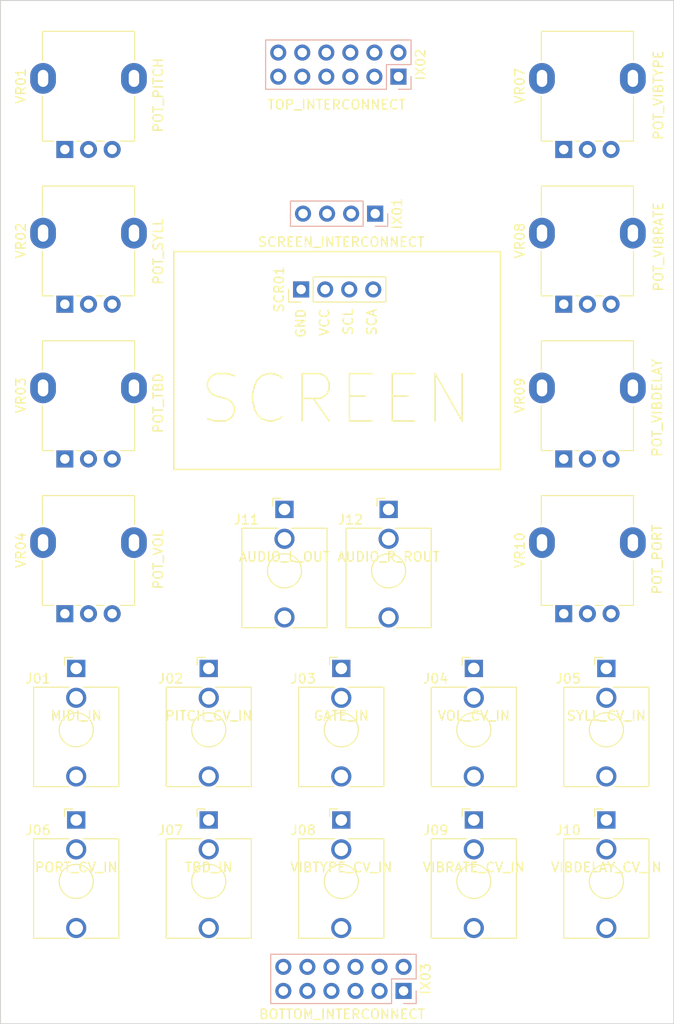
<source format=kicad_pcb>
(kicad_pcb (version 20240108) (generator "pcbnew") (generator_version "8.0")
  (layers (0 "F.Cu" signal) (31 "B.Cu" signal) (34 "B.Paste" user) (35 "F.Paste" user) (36 "B.SilkS" user "B.Silkscreen") (37 "F.SilkS" user "F.Silkscreen") (38 "B.Mask" user) (39 "F.Mask" user) (44 "Edge.Cuts" user))
  (net 0 "")
  (footprint "Connector_Audio:Jack_3.5mm_QingPu_WQP-PJ398SM_Vertical_CircularHoles" (layer "F.Cu") (at 97 110)
    (property "Reference" "J02" (at -4.03 1.08 180) (layer "F.SilkS"))
    (property "Value" "PITCH_CV_IN" (at 0 5 180) (layer "F.SilkS"))
    (fp_line (start -4.5 1.98) (end -4.5 12.48) (stroke (width 0.12)) (layer "F.SilkS"))
    (fp_line (start -1.23 -1.17) (end -1.23 -0.37) (stroke (width 0.12)) (layer "F.SilkS"))
    (fp_line (start -1.23 -1.17) (end -0.37 -1.17) (stroke (width 0.12)) (layer "F.SilkS"))
    (fp_line (start -0.8 12.48) (end -4.5 12.48) (stroke (width 0.12)) (layer "F.SilkS"))
    (fp_line (start -0.72 1.98) (end -4.5 1.98) (stroke (width 0.12)) (layer "F.SilkS"))
    (fp_line (start 4.5 1.98) (end 0.72 1.98) (stroke (width 0.12)) (layer "F.SilkS"))
    (fp_line (start 4.5 1.98) (end 4.5 12.48) (stroke (width 0.12)) (layer "F.SilkS"))
    (fp_line (start 4.5 12.48) (end 0.8 12.48) (stroke (width 0.12)) (layer "F.SilkS"))
    (fp_circle (center 0 6.48) (end 1.8 6.48) (stroke (width 0.12)) (fill none) (layer "F.SilkS"))
    (pad "S" thru_hole rect (at 0 0 180) (size 1.93 1.83) (drill 1.22) (layers "*.Cu" "*.Mask"))
    (pad "T" thru_hole circle (at 0 11.4 180) (size 2.13 2.13) (drill 1.43) (layers "*.Cu" "*.Mask"))
    (pad "TN" thru_hole circle (at 0 3.1 180) (size 2.13 2.13) (drill 1.42) (layers "*.Cu" "*.Mask"))
  )
  (footprint "Connector_Audio:Jack_3.5mm_QingPu_WQP-PJ398SM_Vertical_CircularHoles" (layer "F.Cu") (at 139 126)
    (property "Reference" "J10" (at -4.03 1.08 180) (layer "F.SilkS"))
    (property "Value" "VIBDELAY_CV_IN" (at 0 5 180) (layer "F.SilkS"))
    (fp_line (start -4.5 1.98) (end -4.5 12.48) (stroke (width 0.12)) (layer "F.SilkS"))
    (fp_line (start -1.23 -1.17) (end -1.23 -0.37) (stroke (width 0.12)) (layer "F.SilkS"))
    (fp_line (start -1.23 -1.17) (end -0.37 -1.17) (stroke (width 0.12)) (layer "F.SilkS"))
    (fp_line (start -0.8 12.48) (end -4.5 12.48) (stroke (width 0.12)) (layer "F.SilkS"))
    (fp_line (start -0.72 1.98) (end -4.5 1.98) (stroke (width 0.12)) (layer "F.SilkS"))
    (fp_line (start 4.5 1.98) (end 0.72 1.98) (stroke (width 0.12)) (layer "F.SilkS"))
    (fp_line (start 4.5 1.98) (end 4.5 12.48) (stroke (width 0.12)) (layer "F.SilkS"))
    (fp_line (start 4.5 12.48) (end 0.8 12.48) (stroke (width 0.12)) (layer "F.SilkS"))
    (fp_circle (center 0 6.48) (end 1.8 6.48) (stroke (width 0.12)) (fill none) (layer "F.SilkS"))
    (pad "S" thru_hole rect (at 0 0 180) (size 1.93 1.83) (drill 1.22) (layers "*.Cu" "*.Mask"))
    (pad "T" thru_hole circle (at 0 11.4 180) (size 2.13 2.13) (drill 1.43) (layers "*.Cu" "*.Mask"))
    (pad "TN" thru_hole circle (at 0 3.1 180) (size 2.13 2.13) (drill 1.42) (layers "*.Cu" "*.Mask"))
  )
  (footprint "Connector_Audio:Jack_3.5mm_QingPu_WQP-PJ398SM_Vertical_CircularHoles" (layer "F.Cu") (at 111 110)
    (property "Reference" "J03" (at -4.03 1.08 180) (layer "F.SilkS"))
    (property "Value" "GATE_IN" (at 0 5 180) (layer "F.SilkS"))
    (fp_line (start -4.5 1.98) (end -4.5 12.48) (stroke (width 0.12)) (layer "F.SilkS"))
    (fp_line (start -1.23 -1.17) (end -1.23 -0.37) (stroke (width 0.12)) (layer "F.SilkS"))
    (fp_line (start -1.23 -1.17) (end -0.37 -1.17) (stroke (width 0.12)) (layer "F.SilkS"))
    (fp_line (start -0.8 12.48) (end -4.5 12.48) (stroke (width 0.12)) (layer "F.SilkS"))
    (fp_line (start -0.72 1.98) (end -4.5 1.98) (stroke (width 0.12)) (layer "F.SilkS"))
    (fp_line (start 4.5 1.98) (end 0.72 1.98) (stroke (width 0.12)) (layer "F.SilkS"))
    (fp_line (start 4.5 1.98) (end 4.5 12.48) (stroke (width 0.12)) (layer "F.SilkS"))
    (fp_line (start 4.5 12.48) (end 0.8 12.48) (stroke (width 0.12)) (layer "F.SilkS"))
    (fp_circle (center 0 6.48) (end 1.8 6.48) (stroke (width 0.12)) (fill none) (layer "F.SilkS"))
    (pad "S" thru_hole rect (at 0 0 180) (size 1.93 1.83) (drill 1.22) (layers "*.Cu" "*.Mask"))
    (pad "T" thru_hole circle (at 0 11.4 180) (size 2.13 2.13) (drill 1.43) (layers "*.Cu" "*.Mask"))
    (pad "TN" thru_hole circle (at 0 3.1 180) (size 2.13 2.13) (drill 1.42) (layers "*.Cu" "*.Mask"))
  )
  (footprint "Connector_Audio:Jack_3.5mm_QingPu_WQP-PJ398SM_Vertical_CircularHoles" (layer "F.Cu") (at 125 110)
    (property "Reference" "J04" (at -4.03 1.08 180) (layer "F.SilkS"))
    (property "Value" "VOL_CV_IN" (at 0 5 180) (layer "F.SilkS"))
    (fp_line (start -4.5 1.98) (end -4.5 12.48) (stroke (width 0.12)) (layer "F.SilkS"))
    (fp_line (start -1.23 -1.17) (end -1.23 -0.37) (stroke (width 0.12)) (layer "F.SilkS"))
    (fp_line (start -1.23 -1.17) (end -0.37 -1.17) (stroke (width 0.12)) (layer "F.SilkS"))
    (fp_line (start -0.8 12.48) (end -4.5 12.48) (stroke (width 0.12)) (layer "F.SilkS"))
    (fp_line (start -0.72 1.98) (end -4.5 1.98) (stroke (width 0.12)) (layer "F.SilkS"))
    (fp_line (start 4.5 1.98) (end 0.72 1.98) (stroke (width 0.12)) (layer "F.SilkS"))
    (fp_line (start 4.5 1.98) (end 4.5 12.48) (stroke (width 0.12)) (layer "F.SilkS"))
    (fp_line (start 4.5 12.48) (end 0.8 12.48) (stroke (width 0.12)) (layer "F.SilkS"))
    (fp_circle (center 0 6.48) (end 1.8 6.48) (stroke (width 0.12)) (fill none) (layer "F.SilkS"))
    (pad "S" thru_hole rect (at 0 0 180) (size 1.93 1.83) (drill 1.22) (layers "*.Cu" "*.Mask"))
    (pad "T" thru_hole circle (at 0 11.4 180) (size 2.13 2.13) (drill 1.43) (layers "*.Cu" "*.Mask"))
    (pad "TN" thru_hole circle (at 0 3.1 180) (size 2.13 2.13) (drill 1.42) (layers "*.Cu" "*.Mask"))
  )
  (footprint "Potentiometer_THT:Potentiometer_Alpha_RD901F-40-00D_Single_Vertical" (layer "F.Cu") (at 134.5 104.225 90)
    (property "Reference" "VR10" (at 6.71 -4.64 -90) (layer "F.SilkS"))
    (property "Value" "POT_PORT" (at 5.725 9.86 270) (layer "F.SilkS"))
    (fp_line (start 0.88 -2.38) (end 5.6 -2.38) (stroke (width 0.12)) (layer "F.SilkS"))
    (fp_line (start 9.41 -2.37) (end 12.47 -2.37) (stroke (width 0.12)) (layer "F.SilkS"))
    (fp_line (start 0.88 -1.19) (end 0.88 -2.37) (stroke (width 0.12)) (layer "F.SilkS"))
    (fp_line (start 0.88 1.71) (end 0.88 1.18) (stroke (width 0.12)) (layer "F.SilkS"))
    (fp_line (start 0.88 4.16) (end 0.88 3.33) (stroke (width 0.12)) (layer "F.SilkS"))
    (fp_line (start 12.47 7.37) (end 12.47 -2.37) (stroke (width 0.12)) (layer "F.SilkS"))
    (fp_line (start 9.41 7.37) (end 12.47 7.37) (stroke (width 0.12)) (layer "F.SilkS"))
    (fp_line (start 0.88 7.37) (end 0.88 5.88) (stroke (width 0.12)) (layer "F.SilkS"))
    (fp_line (start 0.88 7.37) (end 5.6 7.37) (stroke (width 0.12)) (layer "F.SilkS"))
    (pad "" thru_hole oval (at 7.5 -2.3 180) (size 2.72 3.24) (drill oval 1.1 1.8) (layers "*.Cu" "*.Mask"))
    (pad "" thru_hole oval (at 7.5 7.3 180) (size 2.72 3.24) (drill oval 1.1 1.8) (layers "*.Cu" "*.Mask"))
    (pad "1" thru_hole rect (at 0 0 180) (size 1.8 1.8) (drill 1) (layers "*.Cu" "*.Mask"))
    (pad "2" thru_hole circle (at 0 2.5 180) (size 1.8 1.8) (drill 1) (layers "*.Cu" "*.Mask"))
    (pad "3" thru_hole circle (at 0 5 180) (size 1.8 1.8) (drill 1) (layers "*.Cu" "*.Mask"))
  )
  (footprint "Connector_Audio:Jack_3.5mm_QingPu_WQP-PJ398SM_Vertical_CircularHoles" (layer "F.Cu") (at 105 93.22)
    (property "Reference" "J11" (at -4.03 1.08 180) (layer "F.SilkS"))
    (property "Value" "AUDIO_L_OUT" (at 0 5 180) (layer "F.SilkS"))
    (fp_line (start -4.5 1.98) (end -4.5 12.48) (stroke (width 0.12)) (layer "F.SilkS"))
    (fp_line (start -1.23 -1.17) (end -1.23 -0.37) (stroke (width 0.12)) (layer "F.SilkS"))
    (fp_line (start -1.23 -1.17) (end -0.37 -1.17) (stroke (width 0.12)) (layer "F.SilkS"))
    (fp_line (start -0.8 12.48) (end -4.5 12.48) (stroke (width 0.12)) (layer "F.SilkS"))
    (fp_line (start -0.72 1.98) (end -4.5 1.98) (stroke (width 0.12)) (layer "F.SilkS"))
    (fp_line (start 4.5 1.98) (end 0.72 1.98) (stroke (width 0.12)) (layer "F.SilkS"))
    (fp_line (start 4.5 1.98) (end 4.5 12.48) (stroke (width 0.12)) (layer "F.SilkS"))
    (fp_line (start 4.5 12.48) (end 0.8 12.48) (stroke (width 0.12)) (layer "F.SilkS"))
    (fp_circle (center 0 6.48) (end 1.8 6.48) (stroke (width 0.12)) (fill none) (layer "F.SilkS"))
    (pad "S" thru_hole rect (at 0 0 180) (size 1.93 1.83) (drill 1.22) (layers "*.Cu" "*.Mask"))
    (pad "T" thru_hole circle (at 0 11.4 180) (size 2.13 2.13) (drill 1.43) (layers "*.Cu" "*.Mask"))
    (pad "TN" thru_hole circle (at 0 3.1 180) (size 2.13 2.13) (drill 1.42) (layers "*.Cu" "*.Mask"))
  )
  (footprint "Connector_Audio:Jack_3.5mm_QingPu_WQP-PJ398SM_Vertical_CircularHoles" (layer "F.Cu") (at 83 110)
    (property "Reference" "J01" (at -4.03 1.08 180) (layer "F.SilkS"))
    (property "Value" "MIDI_IN" (at 0 5 180) (layer "F.SilkS"))
    (fp_line (start -4.5 1.98) (end -4.5 12.48) (stroke (width 0.12)) (layer "F.SilkS"))
    (fp_line (start -1.23 -1.17) (end -1.23 -0.37) (stroke (width 0.12)) (layer "F.SilkS"))
    (fp_line (start -1.23 -1.17) (end -0.37 -1.17) (stroke (width 0.12)) (layer "F.SilkS"))
    (fp_line (start -0.8 12.48) (end -4.5 12.48) (stroke (width 0.12)) (layer "F.SilkS"))
    (fp_line (start -0.72 1.98) (end -4.5 1.98) (stroke (width 0.12)) (layer "F.SilkS"))
    (fp_line (start 4.5 1.98) (end 0.72 1.98) (stroke (width 0.12)) (layer "F.SilkS"))
    (fp_line (start 4.5 1.98) (end 4.5 12.48) (stroke (width 0.12)) (layer "F.SilkS"))
    (fp_line (start 4.5 12.48) (end 0.8 12.48) (stroke (width 0.12)) (layer "F.SilkS"))
    (fp_circle (center 0 6.48) (end 1.8 6.48) (stroke (width 0.12)) (fill none) (layer "F.SilkS"))
    (pad "S" thru_hole rect (at 0 0 180) (size 1.93 1.83) (drill 1.22) (layers "*.Cu" "*.Mask"))
    (pad "T" thru_hole circle (at 0 11.4 180) (size 2.13 2.13) (drill 1.43) (layers "*.Cu" "*.Mask"))
    (pad "TN" thru_hole circle (at 0 3.1 180) (size 2.13 2.13) (drill 1.42) (layers "*.Cu" "*.Mask"))
  )
  (footprint "Connector_Audio:Jack_3.5mm_QingPu_WQP-PJ398SM_Vertical_CircularHoles" (layer "F.Cu") (at 111 126)
    (property "Reference" "J08" (at -4.03 1.08 180) (layer "F.SilkS"))
    (property "Value" "VIBTYPE_CV_IN" (at 0 5 180) (layer "F.SilkS"))
    (fp_line (start -4.5 1.98) (end -4.5 12.48) (stroke (width 0.12)) (layer "F.SilkS"))
    (fp_line (start -1.23 -1.17) (end -1.23 -0.37) (stroke (width 0.12)) (layer "F.SilkS"))
    (fp_line (start -1.23 -1.17) (end -0.37 -1.17) (stroke (width 0.12)) (layer "F.SilkS"))
    (fp_line (start -0.8 12.48) (end -4.5 12.48) (stroke (width 0.12)) (layer "F.SilkS"))
    (fp_line (start -0.72 1.98) (end -4.5 1.98) (stroke (width 0.12)) (layer "F.SilkS"))
    (fp_line (start 4.5 1.98) (end 0.72 1.98) (stroke (width 0.12)) (layer "F.SilkS"))
    (fp_line (start 4.5 1.98) (end 4.5 12.48) (stroke (width 0.12)) (layer "F.SilkS"))
    (fp_line (start 4.5 12.48) (end 0.8 12.48) (stroke (width 0.12)) (layer "F.SilkS"))
    (fp_circle (center 0 6.48) (end 1.8 6.48) (stroke (width 0.12)) (fill none) (layer "F.SilkS"))
    (pad "S" thru_hole rect (at 0 0 180) (size 1.93 1.83) (drill 1.22) (layers "*.Cu" "*.Mask"))
    (pad "T" thru_hole circle (at 0 11.4 180) (size 2.13 2.13) (drill 1.43) (layers "*.Cu" "*.Mask"))
    (pad "TN" thru_hole circle (at 0 3.1 180) (size 2.13 2.13) (drill 1.42) (layers "*.Cu" "*.Mask"))
  )
  (footprint "Potentiometer_THT:Potentiometer_Alpha_RD901F-40-00D_Single_Vertical" (layer "F.Cu") (at 134.5 71.558333 90)
    (property "Reference" "VR08" (at 6.71 -4.64 -90) (layer "F.SilkS"))
    (property "Value" "POT_VIBRATE" (at 6.058333 10 270) (layer "F.SilkS"))
    (fp_line (start 0.88 -2.38) (end 5.6 -2.38) (stroke (width 0.12)) (layer "F.SilkS"))
    (fp_line (start 9.41 -2.37) (end 12.47 -2.37) (stroke (width 0.12)) (layer "F.SilkS"))
    (fp_line (start 0.88 -1.19) (end 0.88 -2.37) (stroke (width 0.12)) (layer "F.SilkS"))
    (fp_line (start 0.88 1.71) (end 0.88 1.18) (stroke (width 0.12)) (layer "F.SilkS"))
    (fp_line (start 0.88 4.16) (end 0.88 3.33) (stroke (width 0.12)) (layer "F.SilkS"))
    (fp_line (start 12.47 7.37) (end 12.47 -2.37) (stroke (width 0.12)) (layer "F.SilkS"))
    (fp_line (start 9.41 7.37) (end 12.47 7.37) (stroke (width 0.12)) (layer "F.SilkS"))
    (fp_line (start 0.88 7.37) (end 0.88 5.88) (stroke (width 0.12)) (layer "F.SilkS"))
    (fp_line (start 0.88 7.37) (end 5.6 7.37) (stroke (width 0.12)) (layer "F.SilkS"))
    (pad "" thru_hole oval (at 7.5 -2.3 180) (size 2.72 3.24) (drill oval 1.1 1.8) (layers "*.Cu" "*.Mask"))
    (pad "" thru_hole oval (at 7.5 7.3 180) (size 2.72 3.24) (drill oval 1.1 1.8) (layers "*.Cu" "*.Mask"))
    (pad "1" thru_hole rect (at 0 0 180) (size 1.8 1.8) (drill 1) (layers "*.Cu" "*.Mask"))
    (pad "2" thru_hole circle (at 0 2.5 180) (size 1.8 1.8) (drill 1) (layers "*.Cu" "*.Mask"))
    (pad "3" thru_hole circle (at 0 5 180) (size 1.8 1.8) (drill 1) (layers "*.Cu" "*.Mask"))
  )
  (footprint "Potentiometer_THT:Potentiometer_Alpha_RD901F-40-00D_Single_Vertical" (layer "F.Cu") (at 81.8 104.225 90)
    (property "Reference" "VR04" (at 6.71 -4.64 -90) (layer "F.SilkS"))
    (property "Value" "POT_VOL" (at 5.725 9.86 270) (layer "F.SilkS"))
    (fp_line (start 0.88 -2.38) (end 5.6 -2.38) (stroke (width 0.12)) (layer "F.SilkS"))
    (fp_line (start 9.41 -2.37) (end 12.47 -2.37) (stroke (width 0.12)) (layer "F.SilkS"))
    (fp_line (start 0.88 -1.19) (end 0.88 -2.37) (stroke (width 0.12)) (layer "F.SilkS"))
    (fp_line (start 0.88 1.71) (end 0.88 1.18) (stroke (width 0.12)) (layer "F.SilkS"))
    (fp_line (start 0.88 4.16) (end 0.88 3.33) (stroke (width 0.12)) (layer "F.SilkS"))
    (fp_line (start 12.47 7.37) (end 12.47 -2.37) (stroke (width 0.12)) (layer "F.SilkS"))
    (fp_line (start 9.41 7.37) (end 12.47 7.37) (stroke (width 0.12)) (layer "F.SilkS"))
    (fp_line (start 0.88 7.37) (end 0.88 5.88) (stroke (width 0.12)) (layer "F.SilkS"))
    (fp_line (start 0.88 7.37) (end 5.6 7.37) (stroke (width 0.12)) (layer "F.SilkS"))
    (pad "" thru_hole oval (at 7.5 -2.3 180) (size 2.72 3.24) (drill oval 1.1 1.8) (layers "*.Cu" "*.Mask"))
    (pad "" thru_hole oval (at 7.5 7.3 180) (size 2.72 3.24) (drill oval 1.1 1.8) (layers "*.Cu" "*.Mask"))
    (pad "1" thru_hole rect (at 0 0 180) (size 1.8 1.8) (drill 1) (layers "*.Cu" "*.Mask"))
    (pad "2" thru_hole circle (at 0 2.5 180) (size 1.8 1.8) (drill 1) (layers "*.Cu" "*.Mask"))
    (pad "3" thru_hole circle (at 0 5 180) (size 1.8 1.8) (drill 1) (layers "*.Cu" "*.Mask"))
  )
  (footprint "Connector_Audio:Jack_3.5mm_QingPu_WQP-PJ398SM_Vertical_CircularHoles" (layer "F.Cu") (at 125 126)
    (property "Reference" "J09" (at -4.03 1.08 180) (layer "F.SilkS"))
    (property "Value" "VIBRATE_CV_IN" (at 0 5 180) (layer "F.SilkS"))
    (fp_line (start -4.5 1.98) (end -4.5 12.48) (stroke (width 0.12)) (layer "F.SilkS"))
    (fp_line (start -1.23 -1.17) (end -1.23 -0.37) (stroke (width 0.12)) (layer "F.SilkS"))
    (fp_line (start -1.23 -1.17) (end -0.37 -1.17) (stroke (width 0.12)) (layer "F.SilkS"))
    (fp_line (start -0.8 12.48) (end -4.5 12.48) (stroke (width 0.12)) (layer "F.SilkS"))
    (fp_line (start -0.72 1.98) (end -4.5 1.98) (stroke (width 0.12)) (layer "F.SilkS"))
    (fp_line (start 4.5 1.98) (end 0.72 1.98) (stroke (width 0.12)) (layer "F.SilkS"))
    (fp_line (start 4.5 1.98) (end 4.5 12.48) (stroke (width 0.12)) (layer "F.SilkS"))
    (fp_line (start 4.5 12.48) (end 0.8 12.48) (stroke (width 0.12)) (layer "F.SilkS"))
    (fp_circle (center 0 6.48) (end 1.8 6.48) (stroke (width 0.12)) (fill none) (layer "F.SilkS"))
    (pad "S" thru_hole rect (at 0 0 180) (size 1.93 1.83) (drill 1.22) (layers "*.Cu" "*.Mask"))
    (pad "T" thru_hole circle (at 0 11.4 180) (size 2.13 2.13) (drill 1.43) (layers "*.Cu" "*.Mask"))
    (pad "TN" thru_hole circle (at 0 3.1 180) (size 2.13 2.13) (drill 1.42) (layers "*.Cu" "*.Mask"))
  )
  (footprint "Potentiometer_THT:Potentiometer_Alpha_RD901F-40-00D_Single_Vertical" (layer "F.Cu") (at 134.5 55.225 90)
    (property "Reference" "VR07" (at 6.71 -4.64 -90) (layer "F.SilkS"))
    (property "Value" "POT_VIBTYPE" (at 5.725 10 270) (layer "F.SilkS"))
    (fp_line (start 0.88 -2.38) (end 5.6 -2.38) (stroke (width 0.12)) (layer "F.SilkS"))
    (fp_line (start 9.41 -2.37) (end 12.47 -2.37) (stroke (width 0.12)) (layer "F.SilkS"))
    (fp_line (start 0.88 -1.19) (end 0.88 -2.37) (stroke (width 0.12)) (layer "F.SilkS"))
    (fp_line (start 0.88 1.71) (end 0.88 1.18) (stroke (width 0.12)) (layer "F.SilkS"))
    (fp_line (start 0.88 4.16) (end 0.88 3.33) (stroke (width 0.12)) (layer "F.SilkS"))
    (fp_line (start 12.47 7.37) (end 12.47 -2.37) (stroke (width 0.12)) (layer "F.SilkS"))
    (fp_line (start 9.41 7.37) (end 12.47 7.37) (stroke (width 0.12)) (layer "F.SilkS"))
    (fp_line (start 0.88 7.37) (end 0.88 5.88) (stroke (width 0.12)) (layer "F.SilkS"))
    (fp_line (start 0.88 7.37) (end 5.6 7.37) (stroke (width 0.12)) (layer "F.SilkS"))
    (pad "" thru_hole oval (at 7.5 -2.3 180) (size 2.72 3.24) (drill oval 1.1 1.8) (layers "*.Cu" "*.Mask"))
    (pad "" thru_hole oval (at 7.5 7.3 180) (size 2.72 3.24) (drill oval 1.1 1.8) (layers "*.Cu" "*.Mask"))
    (pad "1" thru_hole rect (at 0 0 180) (size 1.8 1.8) (drill 1) (layers "*.Cu" "*.Mask"))
    (pad "2" thru_hole circle (at 0 2.5 180) (size 1.8 1.8) (drill 1) (layers "*.Cu" "*.Mask"))
    (pad "3" thru_hole circle (at 0 5 180) (size 1.8 1.8) (drill 1) (layers "*.Cu" "*.Mask"))
  )
  (footprint "Potentiometer_THT:Potentiometer_Alpha_RD901F-40-00D_Single_Vertical" (layer "F.Cu") (at 134.5 87.891666 90)
    (property "Reference" "VR09" (at 6.71 -4.64 -90) (layer "F.SilkS"))
    (property "Value" "POT_VIBDELAY" (at 5.391666 9.86 270) (layer "F.SilkS"))
    (fp_line (start 0.88 -2.38) (end 5.6 -2.38) (stroke (width 0.12)) (layer "F.SilkS"))
    (fp_line (start 9.41 -2.37) (end 12.47 -2.37) (stroke (width 0.12)) (layer "F.SilkS"))
    (fp_line (start 0.88 -1.19) (end 0.88 -2.37) (stroke (width 0.12)) (layer "F.SilkS"))
    (fp_line (start 0.88 1.71) (end 0.88 1.18) (stroke (width 0.12)) (layer "F.SilkS"))
    (fp_line (start 0.88 4.16) (end 0.88 3.33) (stroke (width 0.12)) (layer "F.SilkS"))
    (fp_line (start 12.47 7.37) (end 12.47 -2.37) (stroke (width 0.12)) (layer "F.SilkS"))
    (fp_line (start 9.41 7.37) (end 12.47 7.37) (stroke (width 0.12)) (layer "F.SilkS"))
    (fp_line (start 0.88 7.37) (end 0.88 5.88) (stroke (width 0.12)) (layer "F.SilkS"))
    (fp_line (start 0.88 7.37) (end 5.6 7.37) (stroke (width 0.12)) (layer "F.SilkS"))
    (pad "" thru_hole oval (at 7.5 -2.3 180) (size 2.72 3.24) (drill oval 1.1 1.8) (layers "*.Cu" "*.Mask"))
    (pad "" thru_hole oval (at 7.5 7.3 180) (size 2.72 3.24) (drill oval 1.1 1.8) (layers "*.Cu" "*.Mask"))
    (pad "1" thru_hole rect (at 0 0 180) (size 1.8 1.8) (drill 1) (layers "*.Cu" "*.Mask"))
    (pad "2" thru_hole circle (at 0 2.5 180) (size 1.8 1.8) (drill 1) (layers "*.Cu" "*.Mask"))
    (pad "3" thru_hole circle (at 0 5 180) (size 1.8 1.8) (drill 1) (layers "*.Cu" "*.Mask"))
  )
  (footprint "Potentiometer_THT:Potentiometer_Alpha_RD901F-40-00D_Single_Vertical" (layer "F.Cu") (at 81.8 55.225 90)
    (property "Reference" "VR01" (at 6.71 -4.64 -90) (layer "F.SilkS"))
    (property "Value" "POT_PITCH" (at 5.725 9.86 270) (layer "F.SilkS"))
    (fp_line (start 0.88 -2.38) (end 5.6 -2.38) (stroke (width 0.12)) (layer "F.SilkS"))
    (fp_line (start 9.41 -2.37) (end 12.47 -2.37) (stroke (width 0.12)) (layer "F.SilkS"))
    (fp_line (start 0.88 -1.19) (end 0.88 -2.37) (stroke (width 0.12)) (layer "F.SilkS"))
    (fp_line (start 0.88 1.71) (end 0.88 1.18) (stroke (width 0.12)) (layer "F.SilkS"))
    (fp_line (start 0.88 4.16) (end 0.88 3.33) (stroke (width 0.12)) (layer "F.SilkS"))
    (fp_line (start 12.47 7.37) (end 12.47 -2.37) (stroke (width 0.12)) (layer "F.SilkS"))
    (fp_line (start 9.41 7.37) (end 12.47 7.37) (stroke (width 0.12)) (layer "F.SilkS"))
    (fp_line (start 0.88 7.37) (end 0.88 5.88) (stroke (width 0.12)) (layer "F.SilkS"))
    (fp_line (start 0.88 7.37) (end 5.6 7.37) (stroke (width 0.12)) (layer "F.SilkS"))
    (pad "" thru_hole oval (at 7.5 -2.3 180) (size 2.72 3.24) (drill oval 1.1 1.8) (layers "*.Cu" "*.Mask"))
    (pad "" thru_hole oval (at 7.5 7.3 180) (size 2.72 3.24) (drill oval 1.1 1.8) (layers "*.Cu" "*.Mask"))
    (pad "1" thru_hole rect (at 0 0 180) (size 1.8 1.8) (drill 1) (layers "*.Cu" "*.Mask"))
    (pad "2" thru_hole circle (at 0 2.5 180) (size 1.8 1.8) (drill 1) (layers "*.Cu" "*.Mask"))
    (pad "3" thru_hole circle (at 0 5 180) (size 1.8 1.8) (drill 1) (layers "*.Cu" "*.Mask"))
  )
  (footprint "Potentiometer_THT:Potentiometer_Alpha_RD901F-40-00D_Single_Vertical" (layer "F.Cu") (at 81.8 71.558333 90)
    (property "Reference" "VR02" (at 6.71 -4.64 -90) (layer "F.SilkS"))
    (property "Value" "POT_SYLL" (at 5.558333 9.86 270) (layer "F.SilkS"))
    (fp_line (start 0.88 -2.38) (end 5.6 -2.38) (stroke (width 0.12)) (layer "F.SilkS"))
    (fp_line (start 9.41 -2.37) (end 12.47 -2.37) (stroke (width 0.12)) (layer "F.SilkS"))
    (fp_line (start 0.88 -1.19) (end 0.88 -2.37) (stroke (width 0.12)) (layer "F.SilkS"))
    (fp_line (start 0.88 1.71) (end 0.88 1.18) (stroke (width 0.12)) (layer "F.SilkS"))
    (fp_line (start 0.88 4.16) (end 0.88 3.33) (stroke (width 0.12)) (layer "F.SilkS"))
    (fp_line (start 12.47 7.37) (end 12.47 -2.37) (stroke (width 0.12)) (layer "F.SilkS"))
    (fp_line (start 9.41 7.37) (end 12.47 7.37) (stroke (width 0.12)) (layer "F.SilkS"))
    (fp_line (start 0.88 7.37) (end 0.88 5.88) (stroke (width 0.12)) (layer "F.SilkS"))
    (fp_line (start 0.88 7.37) (end 5.6 7.37) (stroke (width 0.12)) (layer "F.SilkS"))
    (pad "" thru_hole oval (at 7.5 -2.3 180) (size 2.72 3.24) (drill oval 1.1 1.8) (layers "*.Cu" "*.Mask"))
    (pad "" thru_hole oval (at 7.5 7.3 180) (size 2.72 3.24) (drill oval 1.1 1.8) (layers "*.Cu" "*.Mask"))
    (pad "1" thru_hole rect (at 0 0 180) (size 1.8 1.8) (drill 1) (layers "*.Cu" "*.Mask"))
    (pad "2" thru_hole circle (at 0 2.5 180) (size 1.8 1.8) (drill 1) (layers "*.Cu" "*.Mask"))
    (pad "3" thru_hole circle (at 0 5 180) (size 1.8 1.8) (drill 1) (layers "*.Cu" "*.Mask"))
  )
  (footprint "Connector_Audio:Jack_3.5mm_QingPu_WQP-PJ398SM_Vertical_CircularHoles" (layer "F.Cu") (at 139 110)
    (property "Reference" "J05" (at -4.03 1.08 180) (layer "F.SilkS"))
    (property "Value" "SYLL_CV_IN" (at 0 5 180) (layer "F.SilkS"))
    (fp_line (start -4.5 1.98) (end -4.5 12.48) (stroke (width 0.12)) (layer "F.SilkS"))
    (fp_line (start -1.23 -1.17) (end -1.23 -0.37) (stroke (width 0.12)) (layer "F.SilkS"))
    (fp_line (start -1.23 -1.17) (end -0.37 -1.17) (stroke (width 0.12)) (layer "F.SilkS"))
    (fp_line (start -0.8 12.48) (end -4.5 12.48) (stroke (width 0.12)) (layer "F.SilkS"))
    (fp_line (start -0.72 1.98) (end -4.5 1.98) (stroke (width 0.12)) (layer "F.SilkS"))
    (fp_line (start 4.5 1.98) (end 0.72 1.98) (stroke (width 0.12)) (layer "F.SilkS"))
    (fp_line (start 4.5 1.98) (end 4.5 12.48) (stroke (width 0.12)) (layer "F.SilkS"))
    (fp_line (start 4.5 12.48) (end 0.8 12.48) (stroke (width 0.12)) (layer "F.SilkS"))
    (fp_circle (center 0 6.48) (end 1.8 6.48) (stroke (width 0.12)) (fill none) (layer "F.SilkS"))
    (pad "S" thru_hole rect (at 0 0 180) (size 1.93 1.83) (drill 1.22) (layers "*.Cu" "*.Mask"))
    (pad "T" thru_hole circle (at 0 11.4 180) (size 2.13 2.13) (drill 1.43) (layers "*.Cu" "*.Mask"))
    (pad "TN" thru_hole circle (at 0 3.1 180) (size 2.13 2.13) (drill 1.42) (layers "*.Cu" "*.Mask"))
  )
  (footprint "Connector_Audio:Jack_3.5mm_QingPu_WQP-PJ398SM_Vertical_CircularHoles" (layer "F.Cu") (at 83 126)
    (property "Reference" "J06" (at -4.03 1.08 180) (layer "F.SilkS"))
    (property "Value" "PORT_CV_IN" (at 0 5 180) (layer "F.SilkS"))
    (fp_line (start -4.5 1.98) (end -4.5 12.48) (stroke (width 0.12)) (layer "F.SilkS"))
    (fp_line (start -1.23 -1.17) (end -1.23 -0.37) (stroke (width 0.12)) (layer "F.SilkS"))
    (fp_line (start -1.23 -1.17) (end -0.37 -1.17) (stroke (width 0.12)) (layer "F.SilkS"))
    (fp_line (start -0.8 12.48) (end -4.5 12.48) (stroke (width 0.12)) (layer "F.SilkS"))
    (fp_line (start -0.72 1.98) (end -4.5 1.98) (stroke (width 0.12)) (layer "F.SilkS"))
    (fp_line (start 4.5 1.98) (end 0.72 1.98) (stroke (width 0.12)) (layer "F.SilkS"))
    (fp_line (start 4.5 1.98) (end 4.5 12.48) (stroke (width 0.12)) (layer "F.SilkS"))
    (fp_line (start 4.5 12.48) (end 0.8 12.48) (stroke (width 0.12)) (layer "F.SilkS"))
    (fp_circle (center 0 6.48) (end 1.8 6.48) (stroke (width 0.12)) (fill none) (layer "F.SilkS"))
    (pad "S" thru_hole rect (at 0 0 180) (size 1.93 1.83) (drill 1.22) (layers "*.Cu" "*.Mask"))
    (pad "T" thru_hole circle (at 0 11.4 180) (size 2.13 2.13) (drill 1.43) (layers "*.Cu" "*.Mask"))
    (pad "TN" thru_hole circle (at 0 3.1 180) (size 2.13 2.13) (drill 1.42) (layers "*.Cu" "*.Mask"))
  )
  (footprint "Potentiometer_THT:Potentiometer_Alpha_RD901F-40-00D_Single_Vertical" (layer "F.Cu") (at 81.8 87.891666 90)
    (property "Reference" "VR03" (at 6.71 -4.64 -90) (layer "F.SilkS"))
    (property "Value" "POT_TBD" (at 5.891666 9.86 270) (layer "F.SilkS"))
    (fp_line (start 0.88 -2.38) (end 5.6 -2.38) (stroke (width 0.12)) (layer "F.SilkS"))
    (fp_line (start 9.41 -2.37) (end 12.47 -2.37) (stroke (width 0.12)) (layer "F.SilkS"))
    (fp_line (start 0.88 -1.19) (end 0.88 -2.37) (stroke (width 0.12)) (layer "F.SilkS"))
    (fp_line (start 0.88 1.71) (end 0.88 1.18) (stroke (width 0.12)) (layer "F.SilkS"))
    (fp_line (start 0.88 4.16) (end 0.88 3.33) (stroke (width 0.12)) (layer "F.SilkS"))
    (fp_line (start 12.47 7.37) (end 12.47 -2.37) (stroke (width 0.12)) (layer "F.SilkS"))
    (fp_line (start 9.41 7.37) (end 12.47 7.37) (stroke (width 0.12)) (layer "F.SilkS"))
    (fp_line (start 0.88 7.37) (end 0.88 5.88) (stroke (width 0.12)) (layer "F.SilkS"))
    (fp_line (start 0.88 7.37) (end 5.6 7.37) (stroke (width 0.12)) (layer "F.SilkS"))
    (pad "" thru_hole oval (at 7.5 -2.3 180) (size 2.72 3.24) (drill oval 1.1 1.8) (layers "*.Cu" "*.Mask"))
    (pad "" thru_hole oval (at 7.5 7.3 180) (size 2.72 3.24) (drill oval 1.1 1.8) (layers "*.Cu" "*.Mask"))
    (pad "1" thru_hole rect (at 0 0 180) (size 1.8 1.8) (drill 1) (layers "*.Cu" "*.Mask"))
    (pad "2" thru_hole circle (at 0 2.5 180) (size 1.8 1.8) (drill 1) (layers "*.Cu" "*.Mask"))
    (pad "3" thru_hole circle (at 0 5 180) (size 1.8 1.8) (drill 1) (layers "*.Cu" "*.Mask"))
  )
  (footprint "Connector_Audio:Jack_3.5mm_QingPu_WQP-PJ398SM_Vertical_CircularHoles" (layer "F.Cu") (at 116 93.22)
    (property "Reference" "J12" (at -4.03 1.08 180) (layer "F.SilkS"))
    (property "Value" "AUDIO_R_ROUT" (at 0 5 180) (layer "F.SilkS"))
    (fp_line (start -4.5 1.98) (end -4.5 12.48) (stroke (width 0.12)) (layer "F.SilkS"))
    (fp_line (start -1.23 -1.17) (end -1.23 -0.37) (stroke (width 0.12)) (layer "F.SilkS"))
    (fp_line (start -1.23 -1.17) (end -0.37 -1.17) (stroke (width 0.12)) (layer "F.SilkS"))
    (fp_line (start -0.8 12.48) (end -4.5 12.48) (stroke (width 0.12)) (layer "F.SilkS"))
    (fp_line (start -0.72 1.98) (end -4.5 1.98) (stroke (width 0.12)) (layer "F.SilkS"))
    (fp_line (start 4.5 1.98) (end 0.72 1.98) (stroke (width 0.12)) (layer "F.SilkS"))
    (fp_line (start 4.5 1.98) (end 4.5 12.48) (stroke (width 0.12)) (layer "F.SilkS"))
    (fp_line (start 4.5 12.48) (end 0.8 12.48) (stroke (width 0.12)) (layer "F.SilkS"))
    (fp_circle (center 0 6.48) (end 1.8 6.48) (stroke (width 0.12)) (fill none) (layer "F.SilkS"))
    (pad "S" thru_hole rect (at 0 0 180) (size 1.93 1.83) (drill 1.22) (layers "*.Cu" "*.Mask"))
    (pad "T" thru_hole circle (at 0 11.4 180) (size 2.13 2.13) (drill 1.43) (layers "*.Cu" "*.Mask"))
    (pad "TN" thru_hole circle (at 0 3.1 180) (size 2.13 2.13) (drill 1.42) (layers "*.Cu" "*.Mask"))
  )
  (footprint "Connector_PinHeader_2.54mm:PinHeader_1x04_P2.54mm_Vertical" (layer "F.Cu") (at 106.76 70 90)
    (property "Reference" "SCR01" (at 0 -2.33 -90) (layer "F.SilkS"))
    (property "Value" "MAIN_SCREEN")
    (fp_line (start -1.33 -1.33) (end 0 -1.33) (stroke (width 0.12)) (layer "F.SilkS"))
    (fp_line (start -1.33 0) (end -1.33 -1.33) (stroke (width 0.12)) (layer "F.SilkS"))
    (fp_line (start 1.33 1.27) (end 1.33 8.95) (stroke (width 0.12)) (layer "F.SilkS"))
    (fp_line (start -1.33 1.27) (end 1.33 1.27) (stroke (width 0.12)) (layer "F.SilkS"))
    (fp_line (start -1.33 1.27) (end -1.33 8.95) (stroke (width 0.12)) (layer "F.SilkS"))
    (fp_line (start -1.33 8.95) (end 1.33 8.95) (stroke (width 0.12)) (layer "F.SilkS"))
    (pad "1" thru_hole rect (at 0 0 90) (size 1.7 1.7) (drill 1) (layers "*.Cu" "*.Mask"))
    (pad "2" thru_hole oval (at 0 2.54 90) (size 1.7 1.7) (drill 1) (layers "*.Cu" "*.Mask"))
    (pad "3" thru_hole oval (at 0 5.08 90) (size 1.7 1.7) (drill 1) (layers "*.Cu" "*.Mask"))
    (pad "4" thru_hole oval (at 0 7.62 90) (size 1.7 1.7) (drill 1) (layers "*.Cu" "*.Mask"))
  )
  (footprint "Connector_Audio:Jack_3.5mm_QingPu_WQP-PJ398SM_Vertical_CircularHoles" (layer "F.Cu") (at 97 126)
    (property "Reference" "J07" (at -4.03 1.08 180) (layer "F.SilkS"))
    (property "Value" "TBD_IN" (at 0 5 180) (layer "F.SilkS"))
    (fp_line (start -4.5 1.98) (end -4.5 12.48) (stroke (width 0.12)) (layer "F.SilkS"))
    (fp_line (start -1.23 -1.17) (end -1.23 -0.37) (stroke (width 0.12)) (layer "F.SilkS"))
    (fp_line (start -1.23 -1.17) (end -0.37 -1.17) (stroke (width 0.12)) (layer "F.SilkS"))
    (fp_line (start -0.8 12.48) (end -4.5 12.48) (stroke (width 0.12)) (layer "F.SilkS"))
    (fp_line (start -0.72 1.98) (end -4.5 1.98) (stroke (width 0.12)) (layer "F.SilkS"))
    (fp_line (start 4.5 1.98) (end 0.72 1.98) (stroke (width 0.12)) (layer "F.SilkS"))
    (fp_line (start 4.5 1.98) (end 4.5 12.48) (stroke (width 0.12)) (layer "F.SilkS"))
    (fp_line (start 4.5 12.48) (end 0.8 12.48) (stroke (width 0.12)) (layer "F.SilkS"))
    (fp_circle (center 0 6.48) (end 1.8 6.48) (stroke (width 0.12)) (fill none) (layer "F.SilkS"))
    (pad "S" thru_hole rect (at 0 0 180) (size 1.93 1.83) (drill 1.22) (layers "*.Cu" "*.Mask"))
    (pad "T" thru_hole circle (at 0 11.4 180) (size 2.13 2.13) (drill 1.43) (layers "*.Cu" "*.Mask"))
    (pad "TN" thru_hole circle (at 0 3.1 180) (size 2.13 2.13) (drill 1.42) (layers "*.Cu" "*.Mask"))
  )
  (footprint "Connector_PinHeader_2.54mm:PinHeader_1x04_P2.54mm_Vertical" (layer "B.Cu") (at 114.58 62 90)
    (property "Reference" "IX01" (at 0 2.33 270) (layer "F.SilkS"))
    (property "Value" "SCREEN_INTERCONNECT" (at -3 -3.58 0) (layer "F.SilkS"))
    (fp_line (start 1.33 -8.95) (end -1.33 -8.95) (stroke (width 0.12)) (layer "B.SilkS"))
    (fp_line (start 1.33 -8.95) (end 1.33 -1.27) (stroke (width 0.12)) (layer "B.SilkS"))
    (fp_line (start -1.33 -8.95) (end -1.33 -1.27) (stroke (width 0.12)) (layer "B.SilkS"))
    (fp_line (start 1.33 -1.27) (end -1.33 -1.27) (stroke (width 0.12)) (layer "B.SilkS"))
    (fp_line (start 0 1.33) (end -1.33 1.33) (stroke (width 0.12)) (layer "B.SilkS"))
    (fp_line (start -1.33 1.33) (end -1.33 0) (stroke (width 0.12)) (layer "B.SilkS"))
    (pad "1" thru_hole rect (at 0 0 90) (size 1.7 1.7) (drill 1) (layers "*.Cu" "*.Mask"))
    (pad "2" thru_hole oval (at 0 -2.54 90) (size 1.7 1.7) (drill 1) (layers "*.Cu" "*.Mask"))
    (pad "3" thru_hole oval (at 0 -5.08 90) (size 1.7 1.7) (drill 1) (layers "*.Cu" "*.Mask"))
    (pad "4" thru_hole oval (at 0 -7.62 90) (size 1.7 1.7) (drill 1) (layers "*.Cu" "*.Mask"))
  )
  (footprint "Connector_PinHeader_2.54mm:PinHeader_2x06_P2.54mm_Vertical" (layer "B.Cu") (at 117.04 47.54 90)
    (property "Reference" "IX02" (at 1.27 2.33 270) (layer "F.SilkS"))
    (property "Value" "TOP_INTERCONNECT" (at -2.96 -6.54 0) (layer "F.SilkS"))
    (fp_line (start 3.87 -14.03) (end -1.33 -14.03) (stroke (width 0.12)) (layer "B.SilkS"))
    (fp_line (start 3.87 -14.03) (end 3.87 1.33) (stroke (width 0.12)) (layer "B.SilkS"))
    (fp_line (start -1.33 -14.03) (end -1.33 -1.27) (stroke (width 0.12)) (layer "B.SilkS"))
    (fp_line (start 1.27 -1.27) (end -1.33 -1.27) (stroke (width 0.12)) (layer "B.SilkS"))
    (fp_line (start 3.87 1.33) (end 1.27 1.33) (stroke (width 0.12)) (layer "B.SilkS"))
    (fp_line (start 1.27 1.33) (end 1.27 -1.27) (stroke (width 0.12)) (layer "B.SilkS"))
    (fp_line (start 0 1.33) (end -1.33 1.33) (stroke (width 0.12)) (layer "B.SilkS"))
    (fp_line (start -1.33 1.33) (end -1.33 0) (stroke (width 0.12)) (layer "B.SilkS"))
    (pad "1" thru_hole rect (at 0 0 90) (size 1.7 1.7) (drill 1) (layers "*.Cu" "*.Mask"))
    (pad "2" thru_hole oval (at 2.54 0 90) (size 1.7 1.7) (drill 1) (layers "*.Cu" "*.Mask"))
    (pad "3" thru_hole oval (at 0 -2.54 90) (size 1.7 1.7) (drill 1) (layers "*.Cu" "*.Mask"))
    (pad "4" thru_hole oval (at 2.54 -2.54 90) (size 1.7 1.7) (drill 1) (layers "*.Cu" "*.Mask"))
    (pad "5" thru_hole oval (at 0 -5.08 90) (size 1.7 1.7) (drill 1) (layers "*.Cu" "*.Mask"))
    (pad "6" thru_hole oval (at 2.54 -5.08 90) (size 1.7 1.7) (drill 1) (layers "*.Cu" "*.Mask"))
    (pad "7" thru_hole oval (at 0 -7.62 90) (size 1.7 1.7) (drill 1) (layers "*.Cu" "*.Mask"))
    (pad "8" thru_hole oval (at 2.54 -7.62 90) (size 1.7 1.7) (drill 1) (layers "*.Cu" "*.Mask"))
    (pad "9" thru_hole oval (at 0 -10.16 90) (size 1.7 1.7) (drill 1) (layers "*.Cu" "*.Mask"))
    (pad "10" thru_hole oval (at 2.54 -10.16 90) (size 1.7 1.7) (drill 1) (layers "*.Cu" "*.Mask"))
    (pad "11" thru_hole oval (at 0 -12.7 90) (size 1.7 1.7) (drill 1) (layers "*.Cu" "*.Mask"))
    (pad "12" thru_hole oval (at 2.54 -12.7 90) (size 1.7 1.7) (drill 1) (layers "*.Cu" "*.Mask"))
  )
  (footprint "Connector_PinHeader_2.54mm:PinHeader_2x06_P2.54mm_Vertical" (layer "B.Cu") (at 117.58 144.04 90)
    (property "Reference" "IX03" (at 1.27 2.33 270) (layer "F.SilkS"))
    (property "Value" "BOTTOM_INTERCONNECT" (at -2.46 -6.5 0) (layer "F.SilkS"))
    (fp_line (start 3.87 -14.03) (end -1.33 -14.03) (stroke (width 0.12)) (layer "B.SilkS"))
    (fp_line (start 3.87 -14.03) (end 3.87 1.33) (stroke (width 0.12)) (layer "B.SilkS"))
    (fp_line (start -1.33 -14.03) (end -1.33 -1.27) (stroke (width 0.12)) (layer "B.SilkS"))
    (fp_line (start 1.27 -1.27) (end -1.33 -1.27) (stroke (width 0.12)) (layer "B.SilkS"))
    (fp_line (start 3.87 1.33) (end 1.27 1.33) (stroke (width 0.12)) (layer "B.SilkS"))
    (fp_line (start 1.27 1.33) (end 1.27 -1.27) (stroke (width 0.12)) (layer "B.SilkS"))
    (fp_line (start 0 1.33) (end -1.33 1.33) (stroke (width 0.12)) (layer "B.SilkS"))
    (fp_line (start -1.33 1.33) (end -1.33 0) (stroke (width 0.12)) (layer "B.SilkS"))
    (pad "1" thru_hole rect (at 0 0 90) (size 1.7 1.7) (drill 1) (layers "*.Cu" "*.Mask"))
    (pad "2" thru_hole oval (at 2.54 0 90) (size 1.7 1.7) (drill 1) (layers "*.Cu" "*.Mask"))
    (pad "3" thru_hole oval (at 0 -2.54 90) (size 1.7 1.7) (drill 1) (layers "*.Cu" "*.Mask"))
    (pad "4" thru_hole oval (at 2.54 -2.54 90) (size 1.7 1.7) (drill 1) (layers "*.Cu" "*.Mask"))
    (pad "5" thru_hole oval (at 0 -5.08 90) (size 1.7 1.7) (drill 1) (layers "*.Cu" "*.Mask"))
    (pad "6" thru_hole oval (at 2.54 -5.08 90) (size 1.7 1.7) (drill 1) (layers "*.Cu" "*.Mask"))
    (pad "7" thru_hole oval (at 0 -7.62 90) (size 1.7 1.7) (drill 1) (layers "*.Cu" "*.Mask"))
    (pad "8" thru_hole oval (at 2.54 -7.62 90) (size 1.7 1.7) (drill 1) (layers "*.Cu" "*.Mask"))
    (pad "9" thru_hole oval (at 0 -10.16 90) (size 1.7 1.7) (drill 1) (layers "*.Cu" "*.Mask"))
    (pad "10" thru_hole oval (at 2.54 -10.16 90) (size 1.7 1.7) (drill 1) (layers "*.Cu" "*.Mask"))
    (pad "11" thru_hole oval (at 0 -12.7 90) (size 1.7 1.7) (drill 1) (layers "*.Cu" "*.Mask"))
    (pad "12" thru_hole oval (at 2.54 -12.7 90) (size 1.7 1.7) (drill 1) (layers "*.Cu" "*.Mask"))
  )
  (gr_rect (start 93.31 66) (end 127.81 89) (stroke (width 0.15)) (fill none) (layer "F.SilkS"))
  (gr_rect (start 75 39.5) (end 146.12 147.5) (stroke (width 0.1)) (fill none) (layer "Edge.Cuts"))
  (gr_text "GND" (at 107.31 75.190476 90) (layer "F.SilkS") (effects (font (size 1 1)) (justify left bottom)))
  (gr_text "VCC" (at 109.81 75 90) (layer "F.SilkS") (effects (font (size 1 1)) (justify left bottom)))
  (gr_text "SCL" (at 112.31 74.904762 90) (layer "F.SilkS") (effects (font (size 1 1)) (justify left bottom)))
  (gr_text "SCA" (at 114.81 74.952381 90) (layer "F.SilkS") (effects (font (size 1 1)) (justify left bottom)))
  (gr_text "SCREEN" (at 95.81 84.5 0) (layer "F.SilkS") (effects (font (size 5 5)) (justify left bottom)))
)
</source>
